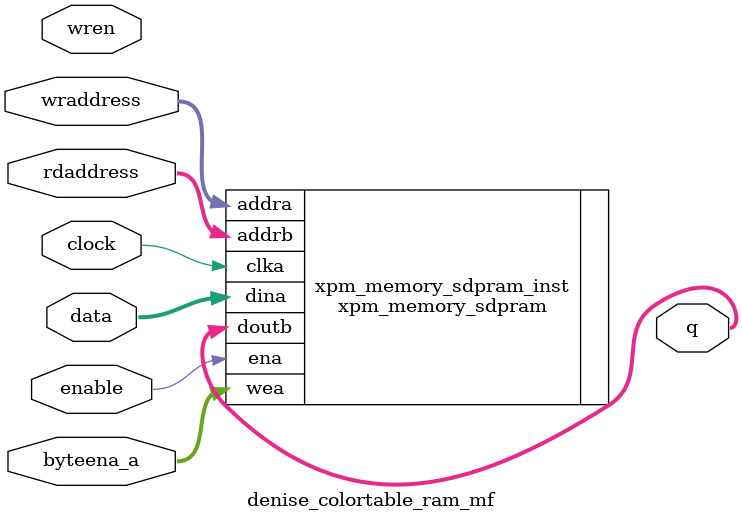
<source format=v>

module denise_colortable_ram_mf (
	input	[3:0]  byteena_a,
	input          clock,
	input	[31:0] data,
	input          enable,
	input	[7:0]  rdaddress,
	input	[7:0]  wraddress,
	input          wren,
	output	[31:0] q
	);

xpm_memory_sdpram #(
    .ADDR_WIDTH_A(8)            
   ,.ADDR_WIDTH_B(8)            
   ,.AUTO_SLEEP_TIME(0)          
   ,.BYTE_WRITE_WIDTH_A(32)     
   ,.CASCADE_HEIGHT(0)           
   ,.CLOCKING_MODE("common_clock")
   ,.ECC_BIT_RANGE("7:0")         
   ,.ECC_MODE("no_ecc")            
   ,.ECC_TYPE("none")              
   ,.IGNORE_INIT_SYNTH(0)          
   ,.MEMORY_INIT_FILE("none")      
   ,.MEMORY_INIT_PARAM("0")        
   ,.MEMORY_OPTIMIZATION("true")   
   ,.MEMORY_PRIMITIVE("auto")      
   ,.MEMORY_SIZE(8192)   
   ,.MESSAGE_CONTROL(0)            
   ,.RAM_DECOMP("auto")            
   ,.READ_DATA_WIDTH_B(32)        
   ,.READ_LATENCY_B(2)             
   ,.READ_RESET_VALUE_B("0")       
   ,.RST_MODE_A("SYNC")            
   ,.RST_MODE_B("SYNC")            
   ,.SIM_ASSERT_CHK(0)              // DECIMAL; 0=disable simulation messages, 1=enable simulation messages
   ,.USE_EMBEDDED_CONSTRAINT(0)    
   ,.USE_MEM_INIT(1)               
   ,.USE_MEM_INIT_MMI(0)           
   ,.WAKEUP_TIME("disable_sleep")  
   ,.WRITE_DATA_WIDTH_A(32)       
   ,.WRITE_MODE_B("no_change")     
   ,.WRITE_PROTECT(1)               
)
xpm_memory_sdpram_inst (
    .doutb(q)           
   ,.addra(wraddress)  
   ,.addrb(rdaddress)
   ,.clka(clock)        
   ,.dina(data)   
   ,.ena(enable)   
   ,.wea(byteena_a)     
);


endmodule
</source>
